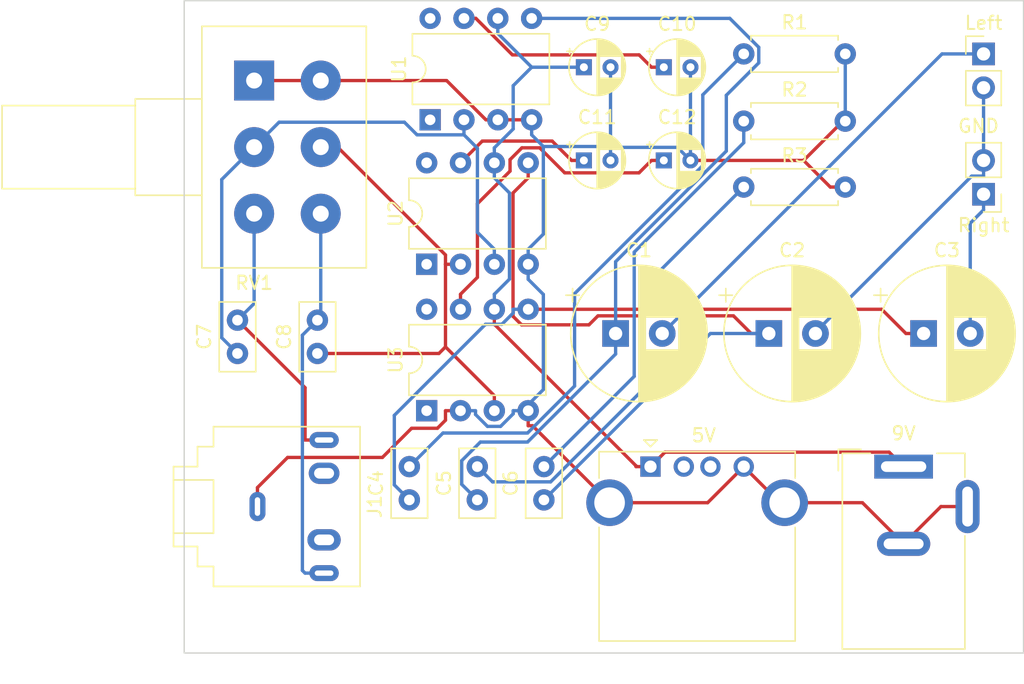
<source format=kicad_pcb>
(kicad_pcb (version 20240108) (generator "pcbnew") (generator_version "8.0")
  (layers (0 "F.Cu" signal) (31 "B.Cu" signal) (34 "B.Paste" user) (35 "F.Paste" user) (36 "B.SilkS" user "B.Silkscreen") (37 "F.SilkS" user "F.Silkscreen") (38 "B.Mask" user) (39 "F.Mask" user) (44 "Edge.Cuts" user))
  (net 0 "")
  (net 1 "Net-(C1-Pad1)")
  (net 2 "Net-(C1-Pad2)")
  (net 3 "Net-(C2-Pad2)")
  (net 4 "Net-(C3-Pad1)")
  (net 5 "Net-(C3-Pad2)")
  (net 6 "Net-(J2-VBUS)")
  (net 7 "GND")
  (net 8 "Net-(C2-Pad1)")
  (net 9 "Net-(C4-Pad2)")
  (net 10 "Net-(C5-Pad2)")
  (net 13 "Net-(U1-BYPASS)")
  (net 14 "Net-(C6-Pad2)")
  (net 15 "Net-(U1--)")
  (net 16 "Net-(C7-Pad2)")
  (net 17 "Net-(U2--)")
  (net 18 "Net-(C8-Pad2)")
  (net 19 "Net-(U2-BYPASS)")
  (net 20 "Net-(U3-BYPASS)")
  (footprint "Capacitor_THT:CP_Radial_D4.0mm_P2.00mm" (layer "F.Cu") (at 122 31)
    (property "Reference" "C12" (at 1 -3.25 0) (layer "F.SilkS"))
    (property "Value" "10uF")
    (pad "1" thru_hole rect (at 0 0) (size 1.2 1.2) (drill 0.6) (layers "*.Cu" "*.Mask") (net 20 "Net-(U3-BYPASS)"))
    (pad "2" thru_hole circle (at 2 0) (size 1.2 1.2) (drill 0.6) (layers "*.Cu" "*.Mask") (net 7 "GND"))
  )
  (footprint "Resistor_THT:R_Axial_DIN0207_L6.3mm_D2.5mm_P7.62mm_Horizontal" (layer "F.Cu") (at 128 33)
    (property "Reference" "R3" (at 3.81 -2.37 0) (layer "F.SilkS"))
    (property "Value" "10")
    (pad "1" thru_hole circle (at 0 0) (size 1.6 1.6) (drill 0.8) (layers "*.Cu" "*.Mask") (net 10 "Net-(C5-Pad2)"))
    (pad "2" thru_hole oval (at 7.62 0) (size 1.6 1.6) (drill 0.8) (layers "*.Cu" "*.Mask") (net 7 "GND"))
  )
  (footprint "Capacitor_THT:CP_Radial_D4.0mm_P2.00mm" (layer "F.Cu") (at 116 31)
    (property "Reference" "C11" (at 1 -3.25 0) (layer "F.SilkS"))
    (property "Value" "10uF")
    (pad "1" thru_hole rect (at 0 0) (size 1.2 1.2) (drill 0.6) (layers "*.Cu" "*.Mask") (net 19 "Net-(U2-BYPASS)"))
    (pad "2" thru_hole circle (at 2 0) (size 1.2 1.2) (drill 0.6) (layers "*.Cu" "*.Mask") (net 7 "GND"))
  )
  (footprint "Capacitor_THT:CP_Radial_D4.0mm_P2.00mm" (layer "F.Cu") (at 122 24)
    (property "Reference" "C10" (at 1 -3.25 0) (layer "F.SilkS"))
    (property "Value" "10uF")
    (pad "1" thru_hole rect (at 0 0) (size 1.2 1.2) (drill 0.6) (layers "*.Cu" "*.Mask") (net 13 "Net-(U1-BYPASS)"))
    (pad "2" thru_hole circle (at 2 0) (size 1.2 1.2) (drill 0.6) (layers "*.Cu" "*.Mask") (net 7 "GND"))
  )
  (footprint "Capacitor_THT:CP_Radial_D10.0mm_P3.50mm" (layer "F.Cu") (at 141.5 44)
    (property "Reference" "C3" (at 1.75 -6.25 0) (layer "F.SilkS"))
    (property "Value" "1000uF")
    (pad "1" thru_hole rect (at 0 0) (size 2 2) (drill 1) (layers "*.Cu" "*.Mask") (net 4 "Net-(C3-Pad1)"))
    (pad "2" thru_hole circle (at 3.5 0) (size 2 2) (drill 1) (layers "*.Cu" "*.Mask") (net 5 "Net-(C3-Pad2)"))
  )
  (footprint "Connector_PinHeader_2.54mm:PinHeader_1x02_P2.54mm_Vertical" (layer "F.Cu") (at 146 23)
    (property "Reference" "Left" (at 0 -2.33 0) (layer "F.SilkS"))
    (property "Value" "Left")
    (pad "1" thru_hole rect (at 0 0) (size 1.7 1.7) (drill 1) (layers "*.Cu" "*.Mask") (net 2 "Net-(C1-Pad2)"))
    (pad "2" thru_hole oval (at 0 2.54) (size 1.7 1.7) (drill 1) (layers "*.Cu" "*.Mask") (net 3 "Net-(C2-Pad2)"))
  )
  (footprint "Capacitor_THT:C_Disc_D5.0mm_W2.5mm_P2.50mm" (layer "F.Cu") (at 113 56.5 90)
    (property "Reference" "C6" (at 1.25 -2.5 90) (layer "F.SilkS"))
    (property "Value" "0.1uF")
    (pad "1" thru_hole circle (at 0 0 90) (size 1.6 1.6) (drill 0.8) (layers "*.Cu" "*.Mask") (net 8 "Net-(C2-Pad1)"))
    (pad "2" thru_hole circle (at 2.5 0 90) (size 1.6 1.6) (drill 0.8) (layers "*.Cu" "*.Mask") (net 14 "Net-(C6-Pad2)"))
  )
  (footprint "Capacitor_THT:C_Disc_D5.0mm_W2.5mm_P2.50mm" (layer "F.Cu") (at 96 45.5 90)
    (property "Reference" "C8" (at 1.25 -2.5 90) (layer "F.SilkS"))
    (property "Value" "47pF")
    (pad "1" thru_hole circle (at 0 0 90) (size 1.6 1.6) (drill 0.8) (layers "*.Cu" "*.Mask") (net 17 "Net-(U2--)"))
    (pad "2" thru_hole circle (at 2.5 0 90) (size 1.6 1.6) (drill 0.8) (layers "*.Cu" "*.Mask") (net 18 "Net-(C8-Pad2)"))
  )
  (footprint "Capacitor_THT:CP_Radial_D10.0mm_P3.50mm" (layer "F.Cu") (at 118.3823 44)
    (property "Reference" "C1" (at 1.75 -6.25 0) (layer "F.SilkS"))
    (property "Value" "1000uF")
    (pad "1" thru_hole rect (at 0 0) (size 2 2) (drill 1) (layers "*.Cu" "*.Mask") (net 1 "Net-(C1-Pad1)"))
    (pad "2" thru_hole circle (at 3.5 0) (size 2 2) (drill 1) (layers "*.Cu" "*.Mask") (net 2 "Net-(C1-Pad2)"))
  )
  (footprint "Connector_BarrelJack:BarrelJack_Wuerth_6941xx301002" (layer "F.Cu") (at 140 54)
    (property "Reference" "9V" (at 0 -2.5 0) (layer "F.SilkS"))
    (property "Value" "Barrel_Jack_Switch")
    (pad "1" thru_hole rect (at 0 0) (size 4.4 1.8) (drill oval 3.4 0.8) (layers "*.Cu" "*.Mask") (net 6 "Net-(J2-VBUS)"))
    (pad "2" thru_hole oval (at 0 5.8) (size 4 1.8) (drill oval 3 0.8) (layers "*.Cu" "*.Mask") (net 7 "GND"))
    (pad "3" thru_hole oval (at 4.8 3 90) (size 4 1.8) (drill oval 3 0.8) (layers "*.Cu" "*.Mask") (net 7 "GND"))
  )
  (footprint "Capacitor_THT:CP_Radial_D4.0mm_P2.00mm" (layer "F.Cu") (at 116 24)
    (property "Reference" "C9" (at 1 -3.25 0) (layer "F.SilkS"))
    (property "Value" "100uF")
    (pad "1" thru_hole rect (at 0 0) (size 1.2 1.2) (drill 0.6) (layers "*.Cu" "*.Mask") (net 6 "Net-(J2-VBUS)"))
    (pad "2" thru_hole circle (at 2 0) (size 1.2 1.2) (drill 0.6) (layers "*.Cu" "*.Mask") (net 7 "GND"))
  )
  (footprint "Package_DIP:DIP-8_W7.62mm" (layer "F.Cu") (at 104.2 49.8 90)
    (property "Reference" "U3" (at 3.81 -2.33 90) (layer "F.SilkS"))
    (property "Value" "LM386")
    (pad "1" thru_hole rect (at 0 0 90) (size 1.6 1.6) (drill 0.8) (layers "*.Cu" "*.Mask"))
    (pad "2" thru_hole oval (at 0 2.54 90) (size 1.6 1.6) (drill 0.8) (layers "*.Cu" "*.Mask") (net 7 "GND"))
    (pad "3" thru_hole oval (at 0 5.08 90) (size 1.6 1.6) (drill 0.8) (layers "*.Cu" "*.Mask") (net 17 "Net-(U2--)"))
    (pad "4" thru_hole oval (at 0 7.62 90) (size 1.6 1.6) (drill 0.8) (layers "*.Cu" "*.Mask") (net 7 "GND"))
    (pad "5" thru_hole oval (at 7.62 7.62 90) (size 1.6 1.6) (drill 0.8) (layers "*.Cu" "*.Mask") (net 4 "Net-(C3-Pad1)"))
    (pad "6" thru_hole oval (at 7.62 5.08 90) (size 1.6 1.6) (drill 0.8) (layers "*.Cu" "*.Mask") (net 6 "Net-(J2-VBUS)"))
    (pad "7" thru_hole oval (at 7.62 2.54 90) (size 1.6 1.6) (drill 0.8) (layers "*.Cu" "*.Mask") (net 20 "Net-(U3-BYPASS)"))
    (pad "8" thru_hole oval (at 7.62 0 90) (size 1.6 1.6) (drill 0.8) (layers "*.Cu" "*.Mask"))
  )
  (footprint "Package_DIP:DIP-8_W7.62mm" (layer "F.Cu") (at 104.2 38.8 90)
    (property "Reference" "U2" (at 3.81 -2.33 90) (layer "F.SilkS"))
    (property "Value" "LM386")
    (pad "1" thru_hole rect (at 0 0 90) (size 1.6 1.6) (drill 0.8) (layers "*.Cu" "*.Mask"))
    (pad "2" thru_hole oval (at 0 2.54 90) (size 1.6 1.6) (drill 0.8) (layers "*.Cu" "*.Mask") (net 17 "Net-(U2--)"))
    (pad "3" thru_hole oval (at 0 5.08 90) (size 1.6 1.6) (drill 0.8) (layers "*.Cu" "*.Mask") (net 15 "Net-(U1--)"))
    (pad "4" thru_hole oval (at 0 7.62 90) (size 1.6 1.6) (drill 0.8) (layers "*.Cu" "*.Mask") (net 7 "GND"))
    (pad "5" thru_hole oval (at 7.62 7.62 90) (size 1.6 1.6) (drill 0.8) (layers "*.Cu" "*.Mask") (net 8 "Net-(C2-Pad1)"))
    (pad "6" thru_hole oval (at 7.62 5.08 90) (size 1.6 1.6) (drill 0.8) (layers "*.Cu" "*.Mask") (net 6 "Net-(J2-VBUS)"))
    (pad "7" thru_hole oval (at 7.62 2.54 90) (size 1.6 1.6) (drill 0.8) (layers "*.Cu" "*.Mask") (net 19 "Net-(U2-BYPASS)"))
    (pad "8" thru_hole oval (at 7.62 0 90) (size 1.6 1.6) (drill 0.8) (layers "*.Cu" "*.Mask"))
  )
  (footprint "Connector_Audio:Jack_3.5mm_CUI_SJ1-3525N_Horizontal" (layer "F.Cu") (at 91.5 57 -90)
    (property "Reference" "J1" (at 0 -8.8 90) (layer "F.SilkS"))
    (property "Value" "AudioJack3")
    (pad "" np_thru_hole circle (at -5 0 270) (size 1.2 1.2) (drill 1.2) (layers "F&B.Cu" "*.Mask"))
    (pad "" np_thru_hole circle (at -5 2.5 270) (size 1.2 1.2) (drill 1.2) (layers "F&B.Cu" "*.Mask"))
    (pad "" np_thru_hole circle (at 0 -5 270) (size 1.2 1.2) (drill 1.2) (layers "F&B.Cu" "*.Mask"))
    (pad "" np_thru_hole circle (at 5 0 270) (size 1.2 1.2) (drill 1.2) (layers "F&B.Cu" "*.Mask"))
    (pad "" np_thru_hole circle (at 5 2.5 270) (size 1.2 1.2) (drill 1.2) (layers "F&B.Cu" "*.Mask"))
    (pad "R" thru_hole oval (at -5 -5 270) (size 1.2 2.2) (drill oval 0.4 1.4) (layers "*.Cu" "*.Mask") (net 16 "Net-(C7-Pad2)"))
    (pad "RN" thru_hole oval (at -2.5 -5 270) (size 1.6 2.3) (drill oval 0.8 1.5) (layers "*.Cu" "*.Mask"))
    (pad "S" thru_hole oval (at 0 0 270) (size 2.2 1.2) (drill oval 1.4 0.4) (layers "*.Cu" "*.Mask") (net 7 "GND"))
    (pad "T" thru_hole oval (at 5 -5 90) (size 1.2 2.2) (drill oval 0.4 1.4) (layers "*.Cu" "*.Mask") (net 18 "Net-(C8-Pad2)"))
    (pad "TN" thru_hole oval (at 2.5 -5 90) (size 1.6 2.5) (drill oval 0.8 1.5) (layers "*.Cu" "*.Mask"))
  )
  (footprint "Capacitor_THT:C_Disc_D5.0mm_W2.5mm_P2.50mm" (layer "F.Cu") (at 108 56.5 90)
    (property "Reference" "C5" (at 1.25 -2.5 90) (layer "F.SilkS"))
    (property "Value" "0.1uF")
    (pad "1" thru_hole circle (at 0 0 90) (size 1.6 1.6) (drill 0.8) (layers "*.Cu" "*.Mask") (net 1 "Net-(C1-Pad1)"))
    (pad "2" thru_hole circle (at 2.5 0 90) (size 1.6 1.6) (drill 0.8) (layers "*.Cu" "*.Mask") (net 10 "Net-(C5-Pad2)"))
  )
  (footprint "Capacitor_THT:C_Disc_D5.0mm_W2.5mm_P2.50mm" (layer "F.Cu") (at 90 45.5 90)
    (property "Reference" "C7" (at 1.25 -2.5 90) (layer "F.SilkS"))
    (property "Value" "47pF")
    (pad "1" thru_hole circle (at 0 0 90) (size 1.6 1.6) (drill 0.8) (layers "*.Cu" "*.Mask") (net 15 "Net-(U1--)"))
    (pad "2" thru_hole circle (at 2.5 0 90) (size 1.6 1.6) (drill 0.8) (layers "*.Cu" "*.Mask") (net 16 "Net-(C7-Pad2)"))
  )
  (footprint "Resistor_THT:R_Axial_DIN0207_L6.3mm_D2.5mm_P7.62mm_Horizontal" (layer "F.Cu") (at 128 23)
    (property "Reference" "R1" (at 3.81 -2.37 0) (layer "F.SilkS"))
    (property "Value" "10")
    (pad "1" thru_hole circle (at 0 0) (size 1.6 1.6) (drill 0.8) (layers "*.Cu" "*.Mask") (net 9 "Net-(C4-Pad2)"))
    (pad "2" thru_hole oval (at 7.62 0) (size 1.6 1.6) (drill 0.8) (layers "*.Cu" "*.Mask") (net 7 "GND"))
  )
  (footprint "Resistor_THT:R_Axial_DIN0207_L6.3mm_D2.5mm_P7.62mm_Horizontal" (layer "F.Cu") (at 128 28.05)
    (property "Reference" "R2" (at 3.81 -2.37 0) (layer "F.SilkS"))
    (property "Value" "10")
    (pad "1" thru_hole circle (at 0 0) (size 1.6 1.6) (drill 0.8) (layers "*.Cu" "*.Mask") (net 14 "Net-(C6-Pad2)"))
    (pad "2" thru_hole oval (at 7.62 0) (size 1.6 1.6) (drill 0.8) (layers "*.Cu" "*.Mask") (net 7 "GND"))
  )
  (footprint "Potentiometer_THT:Potentiometer_Alps_RK163_Dual_Horizontal" (layer "F.Cu") (at 91.25 25)
    (property "Reference" "RV1" (at -0.000001 15.199999 180) (layer "F.SilkS"))
    (property "Value" "PotLog10K")
    (pad "1" thru_hole rect (at 0 0 180) (size 3 3) (drill 1.2) (layers "*.Cu" "*.Mask") (net 7 "GND"))
    (pad "2" thru_hole circle (at 0 5 180) (size 3 3) (drill 1.2) (layers "*.Cu" "*.Mask") (net 15 "Net-(U1--)"))
    (pad "3" thru_hole circle (at 0 10 180) (size 3 3) (drill 1.2) (layers "*.Cu" "*.Mask") (net 16 "Net-(C7-Pad2)"))
    (pad "4" thru_hole circle (at 5 0 180) (size 3 3) (drill 1.2) (layers "*.Cu" "*.Mask") (net 7 "GND"))
    (pad "5" thru_hole circle (at 5 5 180) (size 3 3) (drill 1.2) (layers "*.Cu" "*.Mask") (net 17 "Net-(U2--)"))
    (pad "6" thru_hole circle (at 5 10 180) (size 3 3) (drill 1.2) (layers "*.Cu" "*.Mask") (net 18 "Net-(C8-Pad2)"))
  )
  (footprint "Connector_USB:USB_A_CONNFLY_DS1095-WNR0" (layer "F.Cu") (at 121 54)
    (property "Reference" "5V" (at 4 -2.35 0) (layer "F.SilkS"))
    (property "Value" "USB_A")
    (pad "1" thru_hole rect (at 0 0) (size 1.524 1.524) (drill 0.92) (layers "*.Cu" "*.Mask") (net 6 "Net-(J2-VBUS)"))
    (pad "2" thru_hole circle (at 2.5 0) (size 1.524 1.524) (drill 0.92) (layers "*.Cu" "*.Mask"))
    (pad "3" thru_hole circle (at 4.5 0) (size 1.524 1.524) (drill 0.92) (layers "*.Cu" "*.Mask"))
    (pad "4" thru_hole circle (at 7 0) (size 1.524 1.524) (drill 0.92) (layers "*.Cu" "*.Mask") (net 7 "GND"))
    (pad "5" thru_hole circle (at -3.07 2.71) (size 3.5 3.5) (drill 2.3) (layers "*.Cu" "*.Mask") (net 7 "GND"))
    (pad "5" thru_hole circle (at 10.07 2.71) (size 3.5 3.5) (drill 2.3) (layers "*.Cu" "*.Mask") (net 7 "GND"))
  )
  (footprint "Connector_PinHeader_2.54mm:PinHeader_1x02_P2.54mm_Vertical" (layer "F.Cu") (at 146 33.54 180)
    (property "Reference" "Right" (at 0 -2.33 0) (layer "F.SilkS"))
    (property "Value" "Right")
    (pad "1" thru_hole rect (at 0 0 180) (size 1.7 1.7) (drill 1) (layers "*.Cu" "*.Mask") (net 5 "Net-(C3-Pad2)"))
    (pad "2" thru_hole oval (at 0 2.54 180) (size 1.7 1.7) (drill 1) (layers "*.Cu" "*.Mask") (net 3 "Net-(C2-Pad2)"))
  )
  (footprint "Package_DIP:DIP-8_W7.62mm" (layer "F.Cu") (at 104.46 27.95 90)
    (property "Reference" "U1" (at 3.81 -2.33 90) (layer "F.SilkS"))
    (property "Value" "LM386")
    (pad "1" thru_hole rect (at 0 0 90) (size 1.6 1.6) (drill 0.8) (layers "*.Cu" "*.Mask"))
    (pad "2" thru_hole oval (at 0 2.54 90) (size 1.6 1.6) (drill 0.8) (layers "*.Cu" "*.Mask") (net 15 "Net-(U1--)"))
    (pad "3" thru_hole oval (at 0 5.08 90) (size 1.6 1.6) (drill 0.8) (layers "*.Cu" "*.Mask") (net 7 "GND"))
    (pad "4" thru_hole oval (at 0 7.62 90) (size 1.6 1.6) (drill 0.8) (layers "*.Cu" "*.Mask") (net 7 "GND"))
    (pad "5" thru_hole oval (at 7.62 7.62 90) (size 1.6 1.6) (drill 0.8) (layers "*.Cu" "*.Mask") (net 1 "Net-(C1-Pad1)"))
    (pad "6" thru_hole oval (at 7.62 5.08 90) (size 1.6 1.6) (drill 0.8) (layers "*.Cu" "*.Mask") (net 6 "Net-(J2-VBUS)"))
    (pad "7" thru_hole oval (at 7.62 2.54 90) (size 1.6 1.6) (drill 0.8) (layers "*.Cu" "*.Mask") (net 13 "Net-(U1-BYPASS)"))
    (pad "8" thru_hole oval (at 7.62 0 90) (size 1.6 1.6) (drill 0.8) (layers "*.Cu" "*.Mask"))
  )
  (footprint "Capacitor_THT:CP_Radial_D10.0mm_P3.50mm" (layer "F.Cu") (at 129.8823 44)
    (property "Reference" "C2" (at 1.75 -6.25 0) (layer "F.SilkS"))
    (property "Value" "1000uF")
    (pad "1" thru_hole rect (at 0 0) (size 2 2) (drill 1) (layers "*.Cu" "*.Mask") (net 8 "Net-(C2-Pad1)"))
    (pad "2" thru_hole circle (at 3.5 0) (size 2 2) (drill 1) (layers "*.Cu" "*.Mask") (net 3 "Net-(C2-Pad2)"))
  )
  (footprint "Capacitor_THT:C_Disc_D5.0mm_W2.5mm_P2.50mm" (layer "F.Cu") (at 102.9 56.5 90)
    (property "Reference" "C4" (at 1.25 -2.5 90) (layer "F.SilkS"))
    (property "Value" "0.1uF")
    (pad "1" thru_hole circle (at 0 0 90) (size 1.6 1.6) (drill 0.8) (layers "*.Cu" "*.Mask") (net 4 "Net-(C3-Pad1)"))
    (pad "2" thru_hole circle (at 2.5 0 90) (size 1.6 1.6) (drill 0.8) (layers "*.Cu" "*.Mask") (net 9 "Net-(C4-Pad2)"))
  )
  (gr_rect (start 86 19) (end 149 68) (stroke (width 0.1)) (fill none) (layer "Edge.Cuts"))
  (gr_text "GND" (at 144 29 0) (layer "F.SilkS") (effects (font (size 1 1)) (justify left bottom)))
  (segment (start 111.7724 52.1544) (end 118.3823 45.5445) (width 0.25) (layer "B.Cu") (net 1))
  (segment (start 129.127 23.6732) (end 129.127 22.5045) (width 0.25) (layer "B.Cu") (net 1))
  (segment (start 129.127 22.5045) (end 126.9525 20.33) (width 0.25) (layer "B.Cu") (net 1))
  (segment (start 108.2298 52.1544) (end 111.7724 52.1544) (width 0.25) (layer "B.Cu") (net 1))
  (segment (start 106.8308 53.5534) (end 108.2298 52.1544) (width 0.25) (layer "B.Cu") (net 1))
  (segment (start 126.9525 20.33) (end 112.08 20.33) (width 0.25) (layer "B.Cu") (net 1))
  (segment (start 118.3823 38.6055) (end 126.6926 30.2952) (width 0.25) (layer "B.Cu") (net 1))
  (segment (start 106.8308 55.3308) (end 106.8308 53.5534) (width 0.25) (layer "B.Cu") (net 1))
  (segment (start 126.6926 30.2952) (end 126.6926 26.1076) (width 0.25) (layer "B.Cu") (net 1))
  (segment (start 118.3823 44) (end 118.3823 38.6055) (width 0.25) (layer "B.Cu") (net 1))
  (segment (start 108 56.5) (end 106.8308 55.3308) (width 0.25) (layer "B.Cu") (net 1))
  (segment (start 126.6926 26.1076) (end 129.127 23.6732) (width 0.25) (layer "B.Cu") (net 1))
  (segment (start 118.3823 45.5445) (end 118.3823 44) (width 0.25) (layer "B.Cu") (net 1))
  (segment (start 146 23) (end 142.8823 23) (width 0.25) (layer "B.Cu") (net 2))
  (segment (start 142.8823 23) (end 121.8823 44) (width 0.25) (layer "B.Cu") (net 2))
  (segment (start 145.1098 32.1769) (end 146 32.1769) (width 0.25) (layer "B.Cu") (net 3))
  (segment (start 133.3823 44) (end 133.3823 43.9044) (width 0.25) (layer "B.Cu") (net 3))
  (segment (start 146 31) (end 146 32.1769) (width 0.25) (layer "B.Cu") (net 3))
  (segment (start 133.3823 43.9044) (end 145.1098 32.1769) (width 0.25) (layer "B.Cu") (net 3))
  (segment (start 146 25.54) (end 146 31) (width 0.25) (layer "B.Cu") (net 3))
  (segment (start 141.5 44) (end 140.1731 44) (width 0.25) (layer "F.Cu") (net 4))
  (segment (start 138.3531 42.18) (end 111.82 42.18) (width 0.25) (layer "F.Cu") (net 4))
  (segment (start 140.1731 44) (end 138.3531 42.18) (width 0.25) (layer "F.Cu") (net 4))
  (segment (start 108.6171 43.3069) (end 101.7724 50.1516) (width 0.25) (layer "B.Cu") (net 4))
  (segment (start 101.7724 55.3724) (end 102.9 56.5) (width 0.25) (layer "B.Cu") (net 4))
  (segment (start 111.82 42.18) (end 110.6931 42.18) (width 0.25) (layer "B.Cu") (net 4))
  (segment (start 101.7724 50.1516) (end 101.7724 55.3724) (width 0.25) (layer "B.Cu") (net 4))
  (segment (start 110.6931 42.18) (end 110.6931 42.4618) (width 0.25) (layer "B.Cu") (net 4))
  (segment (start 109.848 43.3069) (end 108.6171 43.3069) (width 0.25) (layer "B.Cu") (net 4))
  (segment (start 110.6931 42.4618) (end 109.848 43.3069) (width 0.25) (layer "B.Cu") (net 4))
  (segment (start 146 33.54) (end 146 34.7169) (width 0.25) (layer "B.Cu") (net 5))
  (segment (start 145 44) (end 145 35.7169) (width 0.25) (layer "B.Cu") (net 5))
  (segment (start 145 35.7169) (end 146 34.7169) (width 0.25) (layer "B.Cu") (net 5))
  (segment (start 138.913 52.913) (end 122.087 52.913) (width 0.25) (layer "F.Cu") (net 6))
  (segment (start 109.28 42.18) (end 109.28 43.3069) (width 0.25) (layer "F.Cu") (net 6))
  (segment (start 122.087 52.913) (end 121 54) (width 0.25) (layer "F.Cu") (net 6))
  (segment (start 121 54) (end 119.9111 54) (width 0.25) (layer "F.Cu") (net 6))
  (segment (start 109.28 43.3069) (end 119.9111 53.938) (width 0.25) (layer "F.Cu") (net 6))
  (segment (start 119.9111 53.938) (end 119.9111 54) (width 0.25) (layer "F.Cu") (net 6))
  (segment (start 140 54) (end 138.913 52.913) (width 0.25) (layer "F.Cu") (net 6))
  (segment (start 110.4156 39.9175) (end 109.28 41.0531) (width 0.25) (layer "B.Cu") (net 6))
  (segment (start 109.28 31.18) (end 109.28 30.0531) (width 0.25) (layer "B.Cu") (net 6))
  (segment (start 109.54 20.33) (end 109.54 21.4569) (width 0.25) (layer "B.Cu") (net 6))
  (segment (start 112.0831 24) (end 110.6946 25.3885) (width 0.25) (layer "B.Cu") (net 6))
  (segment (start 109.28 31.18) (end 109.28 32.3069) (width 0.25) (layer "B.Cu") (net 6))
  (segment (start 109.28 32.3069) (end 110.4156 33.4425) (width 0.25) (layer "B.Cu") (net 6))
  (segment (start 110.4156 33.4425) (end 110.4156 39.9175) (width 0.25) (layer "B.Cu") (net 6))
  (segment (start 110.6946 28.6385) (end 109.28 30.0531) (width 0.25) (layer "B.Cu") (net 6))
  (segment (start 109.28 42.18) (end 109.28 41.0531) (width 0.25) (layer "B.Cu") (net 6))
  (segment (start 116 24) (end 112.0831 24) (width 0.25) (layer "B.Cu") (net 6))
  (segment (start 112.0831 24) (end 109.54 21.4569) (width 0.25) (layer "B.Cu") (net 6))
  (segment (start 110.6946 25.3885) (end 110.6946 28.6385) (width 0.25) (layer "B.Cu") (net 6))
  (segment (start 91.5 57) (end 91.5 55.5731) (width 0.25) (layer "F.Cu") (net 7))
  (segment (start 136.91 56.71) (end 140 59.8) (width 0.25) (layer "F.Cu") (net 7))
  (segment (start 91.25 25) (end 96.25 25) (width 0.25) (layer "F.Cu") (net 7))
  (segment (start 108.6466 27.95) (end 112.08 27.95) (width 0.25) (layer "F.Cu") (net 7))
  (segment (start 135.4431 28.05) (end 132.4931 31) (width 0.25) (layer "F.Cu") (net 7))
  (segment (start 103.0718 51.1167) (end 105.0109 51.1167) (width 0.25) (layer "F.Cu") (net 7))
  (segment (start 96.25 25) (end 105.6966 25) (width 0.25) (layer "F.Cu") (net 7))
  (segment (start 128 54) (end 130.71 56.71) (width 0.25) (layer "F.Cu") (net 7))
  (segment (start 135.62 28.05) (end 135.4431 28.05) (width 0.25) (layer "F.Cu") (net 7))
  (segment (start 100.8792 53.3093) (end 103.0718 51.1167) (width 0.25) (layer "F.Cu") (net 7))
  (segment (start 124 31) (end 132.4931 31) (width 0.25) (layer "F.Cu") (net 7))
  (segment (start 111.82 50.9269) (end 112.1469 50.9269) (width 0.25) (layer "F.Cu") (net 7))
  (segment (start 105.6966 25) (end 108.6466 27.95) (width 0.25) (layer "F.Cu") (net 7))
  (segment (start 93.7638 53.3093) (end 100.8792 53.3093) (width 0.25) (layer "F.Cu") (net 7))
  (segment (start 131.07 56.71) (end 136.91 56.71) (width 0.25) (layer "F.Cu") (net 7))
  (segment (start 105.6131 50.5145) (end 105.6131 49.8) (width 0.25) (layer "F.Cu") (net 7))
  (segment (start 112.1469 50.9269) (end 117.93 56.71) (width 0.25) (layer "F.Cu") (net 7))
  (segment (start 105.0109 51.1167) (end 105.6131 50.5145) (width 0.25) (layer "F.Cu") (net 7))
  (segment (start 140 59.8) (end 142.8 57) (width 0.25) (layer "F.Cu") (net 7))
  (segment (start 125.29 56.71) (end 128 54) (width 0.25) (layer "F.Cu") (net 7))
  (segment (start 130.71 56.71) (end 131.07 56.71) (width 0.25) (layer "F.Cu") (net 7))
  (segment (start 132.4931 31) (end 134.4931 33) (width 0.25) (layer "F.Cu") (net 7))
  (segment (start 117.93 56.71) (end 125.29 56.71) (width 0.25) (layer "F.Cu") (net 7))
  (segment (start 106.74 49.8) (end 105.6131 49.8) (width 0.25) (layer "F.Cu") (net 7))
  (segment (start 135.62 33) (end 134.4931 33) (width 0.25) (layer "F.Cu") (net 7))
  (segment (start 91.5 55.5731) (end 93.7638 53.3093) (width 0.25) (layer "F.Cu") (net 7))
  (segment (start 142.8 57) (end 144.8 57) (width 0.25) (layer "F.Cu") (net 7))
  (segment (start 111.82 49.8) (end 111.82 50.9269) (width 0.25) (layer "F.Cu") (net 7))
  (segment (start 111.82 49.8) (end 111.37 49.8) (width 0.25) (layer "B.Cu") (net 7))
  (segment (start 124 29.0398) (end 124 31) (width 0.25) (layer "B.Cu") (net 7))
  (segment (start 112.9577 36.5354) (end 111.82 37.6731) (width 0.25) (layer "B.Cu") (net 7))
  (segment (start 112.08 29.0769) (end 112.9577 29.9546) (width 0.25) (layer "B.Cu") (net 7))
  (segment (start 118 30.0199) (end 123.0199 30.0199) (width 0.25) (layer "B.Cu") (net 7))
  (segment (start 118 29.9546) (end 118 30.0199) (width 0.25) (layer "B.Cu") (net 7))
  (segment (start 111.37 49.8) (end 112.9589 48.2111) (width 0.25) (layer "B.Cu") (net 7))
  (segment (start 111.82 38.8) (end 111.82 37.6731) (width 0.25) (layer "B.Cu") (net 7))
  (segment (start 112.9589 48.2111) (end 112.9589 41.0658) (width 0.25) (layer "B.Cu") (net 7))
  (segment (start 110.6931 50.0335) (end 110.6931 49.8) (width 0.25) (layer "B.Cu") (net 7))
  (segment (start 106.74 49.8) (end 107.8669 49.8) (width 0.25) (layer "B.Cu") (net 7))
  (segment (start 112.08 27.95) (end 112.08 29.0769) (width 0.25) (layer "B.Cu") (net 7))
  (segment (start 118 30.0199) (end 118 31) (width 0.25) (layer "B.Cu") (net 7))
  (segment (start 135.62 23) (end 135.62 28.05) (width 0.25) (layer "B.Cu") (net 7))
  (segment (start 118 29.9546) (end 112.9577 29.9546) (width 0.25) (layer "B.Cu") (net 7))
  (segment (start 111.82 38.8) (end 111.82 39.9269) (width 0.25) (layer "B.Cu") (net 7))
  (segment (start 109.7521 50.9745) (end 110.6931 50.0335) (width 0.25) (layer "B.Cu") (net 7))
  (segment (start 107.8669 49.8) (end 107.8669 50.0817) (width 0.25) (layer "B.Cu") (net 7))
  (segment (start 112.9589 41.0658) (end 111.82 39.9269) (width 0.25) (layer "B.Cu") (net 7))
  (segment (start 124 24) (end 124 29.0398) (width 0.25) (layer "B.Cu") (net 7))
  (segment (start 111.37 49.8) (end 110.6931 49.8) (width 0.25) (layer "B.Cu") (net 7))
  (segment (start 123.0199 30.0199) (end 124 31) (width 0.25) (layer "B.Cu") (net 7))
  (segment (start 112.9577 29.9546) (end 112.9577 36.5354) (width 0.25) (layer "B.Cu") (net 7))
  (segment (start 108.7597 50.9745) (end 109.7521 50.9745) (width 0.25) (layer "B.Cu") (net 7))
  (segment (start 118 24) (end 118 29.9546) (width 0.25) (layer "B.Cu") (net 7))
  (segment (start 107.8669 50.0817) (end 108.7597 50.9745) (width 0.25) (layer "B.Cu") (net 7))
  (segment (start 129.8823 44) (end 128.5554 44) (width 0.25) (layer "F.Cu") (net 8))
  (segment (start 110.6832 42.7095) (end 110.6832 33.4437) (width 0.25) (layer "F.Cu") (net 8))
  (segment (start 111.82 31.18) (end 111.82 32.3069) (width 0.25) (layer "F.Cu") (net 8))
  (segment (start 128.5554 44) (end 127.2285 42.6731) (width 0.25) (layer "F.Cu") (net 8))
  (segment (start 110.6832 33.4437) (end 111.82 32.3069) (width 0.25) (layer "F.Cu") (net 8))
  (segment (start 117.0584 42.6731) (end 116.382 43.3495) (width 0.25) (layer "F.Cu") (net 8))
  (segment (start 111.3232 43.3495) (end 110.6832 42.7095) (width 0.25) (layer "F.Cu") (net 8))
  (segment (start 127.2285 42.6731) (end 117.0584 42.6731) (width 0.25) (layer "F.Cu") (net 8))
  (segment (start 116.382 43.3495) (end 111.3232 43.3495) (width 0.25) (layer "F.Cu") (net 8))
  (segment (start 125.5 44) (end 129.8823 44) (width 0.25) (layer "B.Cu") (net 8))
  (segment (start 113 56.5) (end 125.5 44) (width 0.25) (layer "B.Cu") (net 8))
  (segment (start 105.4245 51.4755) (end 111.7742 51.4755) (width 0.25) (layer "B.Cu") (net 9))
  (segment (start 124.9269 26.0731) (end 128 23) (width 0.25) (layer "B.Cu") (net 9))
  (segment (start 115.3019 41.009) (end 124.9269 31.384) (width 0.25) (layer "B.Cu") (net 9))
  (segment (start 115.3019 47.9478) (end 115.3019 41.009) (width 0.25) (layer "B.Cu") (net 9))
  (segment (start 111.7742 51.4755) (end 115.3019 47.9478) (width 0.25) (layer "B.Cu") (net 9))
  (segment (start 124.9269 31.384) (end 124.9269 26.0731) (width 0.25) (layer "B.Cu") (net 9))
  (segment (start 102.9 54) (end 105.4245 51.4755) (width 0.25) (layer "B.Cu") (net 9))
  (segment (start 108 54) (end 109.1442 55.1442) (width 0.25) (layer "B.Cu") (net 10))
  (segment (start 109.1442 55.1442) (end 113.5045 55.1442) (width 0.25) (layer "B.Cu") (net 10))
  (segment (start 113.5045 55.1442) (end 120.2339 48.4148) (width 0.25) (layer "B.Cu") (net 10))
  (segment (start 120.2339 48.4148) (end 120.2339 40.7661) (width 0.25) (layer "B.Cu") (net 10))
  (segment (start 120.2339 40.7661) (end 128 33) (width 0.25) (layer "B.Cu") (net 10))
  (segment (start 110.6365 23.0731) (end 107.8934 20.33) (width 0.25) (layer "F.Cu") (net 13))
  (segment (start 120.1462 23.0731) (end 110.6365 23.0731) (width 0.25) (layer "F.Cu") (net 13))
  (segment (start 122 24) (end 121.0731 24) (width 0.25) (layer "F.Cu") (net 13))
  (segment (start 107.8934 20.33) (end 107 20.33) (width 0.25) (layer "F.Cu") (net 13))
  (segment (start 121.0731 24) (end 120.1462 23.0731) (width 0.25) (layer "F.Cu") (net 13))
  (segment (start 113 54) (end 119.7791 47.2209) (width 0.25) (layer "B.Cu") (net 14))
  (segment (start 119.7791 37.8877) (end 128 29.6668) (width 0.25) (layer "B.Cu") (net 14))
  (segment (start 119.7791 47.2209) (end 119.7791 37.8877) (width 0.25) (layer "B.Cu") (net 14))
  (segment (start 128 29.6668) (end 128 28.05) (width 0.25) (layer "B.Cu") (net 14))
  (segment (start 108.01 36.4031) (end 109.28 37.6731) (width 0.25) (layer "B.Cu") (net 15))
  (segment (start 107 29.0769) (end 108.01 30.0869) (width 0.25) (layer "B.Cu") (net 15))
  (segment (start 88.8187 44.3187) (end 88.8187 32.4313) (width 0.25) (layer "B.Cu") (net 15))
  (segment (start 102.5262 28.129) (end 103.4741 29.0769) (width 0.25) (layer "B.Cu") (net 15))
  (segment (start 109.28 38.8) (end 109.28 37.6731) (width 0.25) (layer "B.Cu") (net 15))
  (segment (start 90 45.5) (end 88.8187 44.3187) (width 0.25) (layer "B.Cu") (net 15))
  (segment (start 93.121 28.129) (end 102.5262 28.129) (width 0.25) (layer "B.Cu") (net 15))
  (segment (start 108.01 30.0869) (end 108.01 36.4031) (width 0.25) (layer "B.Cu") (net 15))
  (segment (start 103.4741 29.0769) (end 107 29.0769) (width 0.25) (layer "B.Cu") (net 15))
  (segment (start 91.25 30) (end 93.121 28.129) (width 0.25) (layer "B.Cu") (net 15))
  (segment (start 88.8187 32.4313) (end 91.25 30) (width 0.25) (layer "B.Cu") (net 15))
  (segment (start 107 27.95) (end 107 29.0769) (width 0.25) (layer "B.Cu") (net 15))
  (segment (start 95.0731 52) (end 95.0731 48.0731) (width 0.25) (layer "F.Cu") (net 16))
  (segment (start 96.5 52) (end 95.0731 52) (width 0.25) (layer "F.Cu") (net 16))
  (segment (start 95.0731 48.0731) (end 90 43) (width 0.25) (layer "F.Cu") (net 16))
  (segment (start 90 43) (end 91.25 41.75) (width 0.25) (layer "B.Cu") (net 16))
  (segment (start 91.25 41.75) (end 91.25 35) (width 0.25) (layer "B.Cu") (net 16))
  (segment (start 96 45.5) (end 105.1193 45.5) (width 0.25) (layer "F.Cu") (net 17))
  (segment (start 105.6131 45.0062) (end 109.28 48.6731) (width 0.25) (layer "F.Cu") (net 17))
  (segment (start 109.28 49.8) (end 109.28 48.6731) (width 0.25) (layer "F.Cu") (net 17))
  (segment (start 105.6131 38.8) (end 105.6131 45.0062) (width 0.25) (layer "F.Cu") (net 17))
  (segment (start 105.6131 38.0992) (end 105.6131 38.8) (width 0.25) (layer "F.Cu") (net 17))
  (segment (start 96.25 30) (end 97.5139 30) (width 0.25) (layer "F.Cu") (net 17))
  (segment (start 105.1193 45.5) (end 105.6131 45.0062) (width 0.25) (layer "F.Cu") (net 17))
  (segment (start 97.5139 30) (end 105.6131 38.0992) (width 0.25) (layer "F.Cu") (net 17))
  (segment (start 106.74 38.8) (end 105.6131 38.8) (width 0.25) (layer "F.Cu") (net 17))
  (segment (start 96 43) (end 96.25 42.75) (width 0.25) (layer "B.Cu") (net 18))
  (segment (start 94.8724 44.1276) (end 96 43) (width 0.25) (layer "B.Cu") (net 18))
  (segment (start 96.5 62) (end 95.0731 62) (width 0.25) (layer "B.Cu") (net 18))
  (segment (start 96.25 42.75) (end 96.25 35) (width 0.25) (layer "B.Cu") (net 18))
  (segment (start 95.0731 62) (end 94.8724 61.7993) (width 0.25) (layer "B.Cu") (net 18))
  (segment (start 94.8724 61.7993) (end 94.8724 44.1276) (width 0.25) (layer "B.Cu") (net 18))
  (segment (start 113.6196 29.5465) (end 108.3735 29.5465) (width 0.25) (layer "F.Cu") (net 19))
  (segment (start 108.3735 29.5465) (end 106.74 31.18) (width 0.25) (layer "F.Cu") (net 19))
  (segment (start 116 31) (end 115.0731 31) (width 0.25) (layer "F.Cu") (net 19))
  (segment (start 115.0731 31) (end 113.6196 29.5465) (width 0.25) (layer "F.Cu") (net 19))
  (segment (start 111.3482 30.0529) (end 110.4581 30.943) (width 0.25) (layer "F.Cu") (net 20))
  (segment (start 108.01 34.2502) (end 108.01 39.7831) (width 0.25) (layer "F.Cu") (net 20))
  (segment (start 120.1401 31.933) (end 114.563 31.933) (width 0.25) (layer "F.Cu") (net 20))
  (segment (start 106.74 42.18) (end 106.74 41.0531) (width 0.25) (layer "F.Cu") (net 20))
  (segment (start 122 31) (end 121.0731 31) (width 0.25) (layer "F.Cu") (net 20))
  (segment (start 110.4581 31.8021) (end 108.01 34.2502) (width 0.25) (layer "F.Cu") (net 20))
  (segment (start 108.01 39.7831) (end 106.74 41.0531) (width 0.25) (layer "F.Cu") (net 20))
  (segment (start 112.6829 30.0529) (end 111.3482 30.0529) (width 0.25) (layer "F.Cu") (net 20))
  (segment (start 114.563 31.933) (end 112.6829 30.0529) (width 0.25) (layer "F.Cu") (net 20))
  (segment (start 121.0731 31) (end 120.1401 31.933) (width 0.25) (layer "F.Cu") (net 20))
  (segment (start 110.4581 30.943) (end 110.4581 31.8021) (width 0.25) (layer "F.Cu") (net 20))
)
</source>
